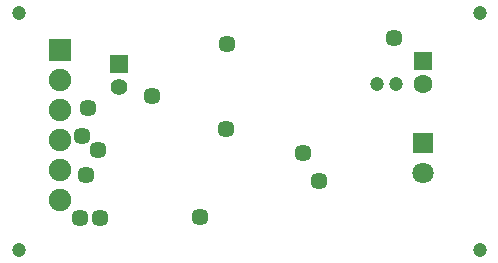
<source format=gbs>
G04*
G04 #@! TF.GenerationSoftware,Altium Limited,Altium Designer,18.1.1 (9)*
G04*
G04 Layer_Color=16711935*
%FSLAX42Y42*%
%MOMM*%
G71*
G01*
G75*
%ADD19C,1.20*%
%ADD20C,1.40*%
%ADD21R,1.60X1.60*%
%ADD22C,1.60*%
%ADD23C,1.80*%
%ADD24R,1.80X1.80*%
%ADD25R,1.90X1.90*%
%ADD26C,1.90*%
%ADD27C,1.20*%
%ADD28C,1.45*%
D19*
X3800Y-100D02*
D03*
Y1900D02*
D03*
X-100D02*
D03*
Y-100D02*
D03*
D20*
X750Y1275D02*
D03*
D21*
Y1475D02*
D03*
X3325Y1500D02*
D03*
D22*
Y1300D02*
D03*
D23*
Y550D02*
D03*
D24*
Y804D02*
D03*
D25*
X250Y1587D02*
D03*
D26*
Y1333D02*
D03*
Y1079D02*
D03*
Y825D02*
D03*
Y571D02*
D03*
Y317D02*
D03*
D27*
X3090Y1300D02*
D03*
X2930D02*
D03*
D28*
X590Y170D02*
D03*
X470Y530D02*
D03*
X420Y170D02*
D03*
X430Y860D02*
D03*
X483Y1100D02*
D03*
X1030Y1205D02*
D03*
X570Y740D02*
D03*
X1430Y180D02*
D03*
X3075Y1692D02*
D03*
X2442Y482D02*
D03*
X1650Y925D02*
D03*
X1658Y1642D02*
D03*
X2308Y718D02*
D03*
M02*

</source>
